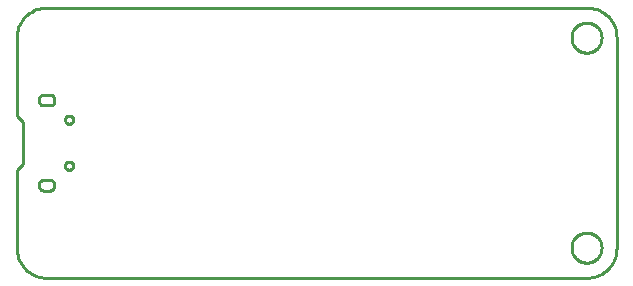
<source format=gbr>
G04 EAGLE Gerber RS-274X export*
G75*
%MOMM*%
%FSLAX34Y34*%
%LPD*%
%IN*%
%IPPOS*%
%AMOC8*
5,1,8,0,0,1.08239X$1,22.5*%
G01*
%ADD10C,0.254000*%


D10*
X0Y25400D02*
X97Y23186D01*
X386Y20989D01*
X865Y18826D01*
X1532Y16713D01*
X2380Y14666D01*
X3403Y12700D01*
X4594Y10831D01*
X5942Y9073D01*
X7440Y7440D01*
X9073Y5942D01*
X10831Y4594D01*
X12700Y3403D01*
X14666Y2380D01*
X16713Y1532D01*
X18826Y865D01*
X20989Y386D01*
X23186Y97D01*
X25400Y0D01*
X482600Y0D01*
X484814Y97D01*
X487011Y386D01*
X489174Y865D01*
X491287Y1532D01*
X493335Y2380D01*
X495300Y3403D01*
X497169Y4594D01*
X498927Y5942D01*
X500561Y7440D01*
X502058Y9073D01*
X503406Y10831D01*
X504597Y12700D01*
X505620Y14666D01*
X506468Y16713D01*
X507135Y18826D01*
X507614Y20989D01*
X507903Y23186D01*
X508000Y25400D01*
X508000Y203200D01*
X507903Y205414D01*
X507614Y207611D01*
X507135Y209774D01*
X506468Y211887D01*
X505620Y213935D01*
X504597Y215900D01*
X503406Y217769D01*
X502058Y219527D01*
X500561Y221161D01*
X498927Y222658D01*
X497169Y224006D01*
X495300Y225197D01*
X493335Y226220D01*
X491287Y227068D01*
X489174Y227735D01*
X487011Y228214D01*
X484814Y228503D01*
X482600Y228600D01*
X25400Y228600D01*
X23186Y228503D01*
X20989Y228214D01*
X18826Y227735D01*
X16713Y227068D01*
X14666Y226220D01*
X12700Y225197D01*
X10831Y224006D01*
X9073Y222658D01*
X7440Y221161D01*
X5942Y219527D01*
X4594Y217769D01*
X3403Y215900D01*
X2380Y213935D01*
X1532Y211887D01*
X865Y209774D01*
X386Y207611D01*
X97Y205414D01*
X0Y203200D01*
X0Y137160D01*
X5080Y132080D01*
X5080Y96520D01*
X0Y91440D01*
X0Y25400D01*
X18950Y78300D02*
X18922Y77949D01*
X18924Y77598D01*
X18957Y77248D01*
X19020Y76902D01*
X19113Y76563D01*
X19236Y76233D01*
X19387Y75915D01*
X19564Y75612D01*
X19768Y75325D01*
X19996Y75057D01*
X20246Y74810D01*
X20517Y74586D01*
X20806Y74386D01*
X21112Y74212D01*
X21432Y74066D01*
X21763Y73948D01*
X22103Y73859D01*
X22450Y73800D01*
X28450Y73800D01*
X28797Y73859D01*
X29137Y73948D01*
X29468Y74066D01*
X29788Y74212D01*
X30094Y74386D01*
X30383Y74586D01*
X30654Y74810D01*
X30904Y75057D01*
X31132Y75325D01*
X31336Y75612D01*
X31513Y75915D01*
X31664Y76233D01*
X31787Y76563D01*
X31880Y76902D01*
X31943Y77248D01*
X31976Y77598D01*
X31978Y77949D01*
X31950Y78300D01*
X31978Y78651D01*
X31976Y79002D01*
X31943Y79352D01*
X31880Y79698D01*
X31787Y80037D01*
X31664Y80367D01*
X31513Y80685D01*
X31336Y80988D01*
X31132Y81275D01*
X30904Y81543D01*
X30654Y81790D01*
X30383Y82014D01*
X30094Y82214D01*
X29788Y82388D01*
X29468Y82534D01*
X29137Y82652D01*
X28797Y82741D01*
X28450Y82800D01*
X22450Y82800D01*
X22103Y82741D01*
X21763Y82652D01*
X21432Y82534D01*
X21112Y82388D01*
X20806Y82214D01*
X20517Y82014D01*
X20246Y81790D01*
X19996Y81543D01*
X19768Y81275D01*
X19564Y80988D01*
X19387Y80685D01*
X19236Y80367D01*
X19113Y80037D01*
X19020Y79698D01*
X18957Y79352D01*
X18924Y79002D01*
X18922Y78651D01*
X18950Y78300D01*
X18950Y149300D02*
X18986Y148974D01*
X19050Y148653D01*
X19142Y148338D01*
X19262Y148033D01*
X19407Y147739D01*
X19577Y147459D01*
X19772Y147194D01*
X19988Y146948D01*
X20225Y146722D01*
X20481Y146517D01*
X20754Y146335D01*
X21042Y146177D01*
X21342Y146046D01*
X21652Y145941D01*
X21971Y145863D01*
X22295Y145814D01*
X22622Y145792D01*
X22950Y145800D01*
X28450Y145800D01*
X28755Y145813D01*
X29058Y145853D01*
X29356Y145919D01*
X29647Y146011D01*
X29929Y146128D01*
X30200Y146269D01*
X30458Y146433D01*
X30700Y146619D01*
X30925Y146825D01*
X31131Y147050D01*
X31317Y147292D01*
X31481Y147550D01*
X31622Y147821D01*
X31739Y148103D01*
X31831Y148394D01*
X31897Y148692D01*
X31937Y148995D01*
X31950Y149300D01*
X31950Y151300D01*
X31937Y151605D01*
X31897Y151908D01*
X31831Y152206D01*
X31739Y152497D01*
X31622Y152779D01*
X31481Y153050D01*
X31317Y153308D01*
X31131Y153550D01*
X30925Y153775D01*
X30700Y153981D01*
X30458Y154167D01*
X30200Y154331D01*
X29929Y154472D01*
X29647Y154589D01*
X29356Y154681D01*
X29058Y154747D01*
X28755Y154787D01*
X28450Y154800D01*
X22950Y154800D01*
X22622Y154808D01*
X22295Y154786D01*
X21971Y154737D01*
X21652Y154659D01*
X21342Y154554D01*
X21042Y154423D01*
X20754Y154265D01*
X20481Y154083D01*
X20225Y153878D01*
X19988Y153652D01*
X19772Y153406D01*
X19577Y153142D01*
X19407Y152861D01*
X19262Y152568D01*
X19142Y152262D01*
X19050Y151947D01*
X18986Y151626D01*
X18950Y151300D01*
X18950Y149300D01*
X495300Y202701D02*
X495222Y201706D01*
X495066Y200720D01*
X494833Y199750D01*
X494524Y198801D01*
X494142Y197879D01*
X493689Y196990D01*
X493168Y196139D01*
X492581Y195331D01*
X491933Y194573D01*
X491227Y193867D01*
X490469Y193219D01*
X489661Y192632D01*
X488810Y192111D01*
X487921Y191658D01*
X486999Y191276D01*
X486050Y190967D01*
X485080Y190734D01*
X484094Y190578D01*
X483099Y190500D01*
X482101Y190500D01*
X481106Y190578D01*
X480120Y190734D01*
X479150Y190967D01*
X478201Y191276D01*
X477279Y191658D01*
X476390Y192111D01*
X475539Y192632D01*
X474731Y193219D01*
X473973Y193867D01*
X473267Y194573D01*
X472619Y195331D01*
X472032Y196139D01*
X471511Y196990D01*
X471058Y197879D01*
X470676Y198801D01*
X470367Y199750D01*
X470134Y200720D01*
X469978Y201706D01*
X469900Y202701D01*
X469900Y203699D01*
X469978Y204694D01*
X470134Y205680D01*
X470367Y206650D01*
X470676Y207599D01*
X471058Y208521D01*
X471511Y209410D01*
X472032Y210261D01*
X472619Y211069D01*
X473267Y211827D01*
X473973Y212533D01*
X474731Y213181D01*
X475539Y213768D01*
X476390Y214289D01*
X477279Y214742D01*
X478201Y215124D01*
X479150Y215433D01*
X480120Y215666D01*
X481106Y215822D01*
X482101Y215900D01*
X483099Y215900D01*
X484094Y215822D01*
X485080Y215666D01*
X486050Y215433D01*
X486999Y215124D01*
X487921Y214742D01*
X488810Y214289D01*
X489661Y213768D01*
X490469Y213181D01*
X491227Y212533D01*
X491933Y211827D01*
X492581Y211069D01*
X493168Y210261D01*
X493689Y209410D01*
X494142Y208521D01*
X494524Y207599D01*
X494833Y206650D01*
X495066Y205680D01*
X495222Y204694D01*
X495300Y203699D01*
X495300Y202701D01*
X495300Y24901D02*
X495222Y23906D01*
X495066Y22920D01*
X494833Y21950D01*
X494524Y21001D01*
X494142Y20079D01*
X493689Y19190D01*
X493168Y18339D01*
X492581Y17531D01*
X491933Y16773D01*
X491227Y16067D01*
X490469Y15419D01*
X489661Y14832D01*
X488810Y14311D01*
X487921Y13858D01*
X486999Y13476D01*
X486050Y13167D01*
X485080Y12934D01*
X484094Y12778D01*
X483099Y12700D01*
X482101Y12700D01*
X481106Y12778D01*
X480120Y12934D01*
X479150Y13167D01*
X478201Y13476D01*
X477279Y13858D01*
X476390Y14311D01*
X475539Y14832D01*
X474731Y15419D01*
X473973Y16067D01*
X473267Y16773D01*
X472619Y17531D01*
X472032Y18339D01*
X471511Y19190D01*
X471058Y20079D01*
X470676Y21001D01*
X470367Y21950D01*
X470134Y22920D01*
X469978Y23906D01*
X469900Y24901D01*
X469900Y25899D01*
X469978Y26894D01*
X470134Y27880D01*
X470367Y28850D01*
X470676Y29799D01*
X471058Y30721D01*
X471511Y31610D01*
X472032Y32461D01*
X472619Y33269D01*
X473267Y34027D01*
X473973Y34733D01*
X474731Y35381D01*
X475539Y35968D01*
X476390Y36489D01*
X477279Y36942D01*
X478201Y37324D01*
X479150Y37633D01*
X480120Y37866D01*
X481106Y38022D01*
X482101Y38100D01*
X483099Y38100D01*
X484094Y38022D01*
X485080Y37866D01*
X486050Y37633D01*
X486999Y37324D01*
X487921Y36942D01*
X488810Y36489D01*
X489661Y35968D01*
X490469Y35381D01*
X491227Y34733D01*
X491933Y34027D01*
X492581Y33269D01*
X493168Y32461D01*
X493689Y31610D01*
X494142Y30721D01*
X494524Y29799D01*
X494833Y28850D01*
X495066Y27880D01*
X495222Y26894D01*
X495300Y25899D01*
X495300Y24901D01*
X44221Y130300D02*
X43766Y130360D01*
X43323Y130479D01*
X42899Y130654D01*
X42501Y130884D01*
X42137Y131163D01*
X41813Y131487D01*
X41534Y131851D01*
X41304Y132249D01*
X41129Y132673D01*
X41010Y133116D01*
X40950Y133571D01*
X40950Y134029D01*
X41010Y134484D01*
X41129Y134927D01*
X41304Y135351D01*
X41534Y135749D01*
X41813Y136113D01*
X42137Y136437D01*
X42501Y136716D01*
X42899Y136946D01*
X43323Y137121D01*
X43766Y137240D01*
X44221Y137300D01*
X44679Y137300D01*
X45134Y137240D01*
X45577Y137121D01*
X46001Y136946D01*
X46399Y136716D01*
X46763Y136437D01*
X47087Y136113D01*
X47366Y135749D01*
X47596Y135351D01*
X47771Y134927D01*
X47890Y134484D01*
X47950Y134029D01*
X47950Y133571D01*
X47890Y133116D01*
X47771Y132673D01*
X47596Y132249D01*
X47366Y131851D01*
X47087Y131487D01*
X46763Y131163D01*
X46399Y130884D01*
X46001Y130654D01*
X45577Y130479D01*
X45134Y130360D01*
X44679Y130300D01*
X44221Y130300D01*
X44221Y91300D02*
X43766Y91360D01*
X43323Y91479D01*
X42899Y91654D01*
X42501Y91884D01*
X42137Y92163D01*
X41813Y92487D01*
X41534Y92851D01*
X41304Y93249D01*
X41129Y93673D01*
X41010Y94116D01*
X40950Y94571D01*
X40950Y95029D01*
X41010Y95484D01*
X41129Y95927D01*
X41304Y96351D01*
X41534Y96749D01*
X41813Y97113D01*
X42137Y97437D01*
X42501Y97716D01*
X42899Y97946D01*
X43323Y98121D01*
X43766Y98240D01*
X44221Y98300D01*
X44679Y98300D01*
X45134Y98240D01*
X45577Y98121D01*
X46001Y97946D01*
X46399Y97716D01*
X46763Y97437D01*
X47087Y97113D01*
X47366Y96749D01*
X47596Y96351D01*
X47771Y95927D01*
X47890Y95484D01*
X47950Y95029D01*
X47950Y94571D01*
X47890Y94116D01*
X47771Y93673D01*
X47596Y93249D01*
X47366Y92851D01*
X47087Y92487D01*
X46763Y92163D01*
X46399Y91884D01*
X46001Y91654D01*
X45577Y91479D01*
X45134Y91360D01*
X44679Y91300D01*
X44221Y91300D01*
M02*

</source>
